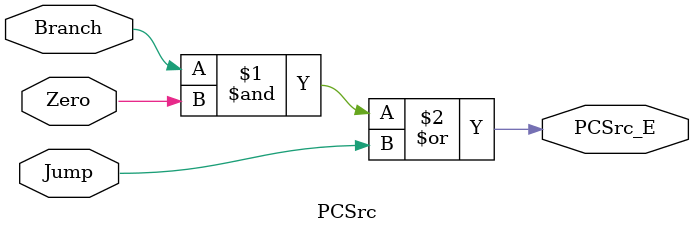
<source format=v>
module PCSrc(
input Branch, Jump, Zero,
output PCSrc_E
    );
    
    assign PCSrc_E = (Branch & Zero) | Jump;
endmodule

</source>
